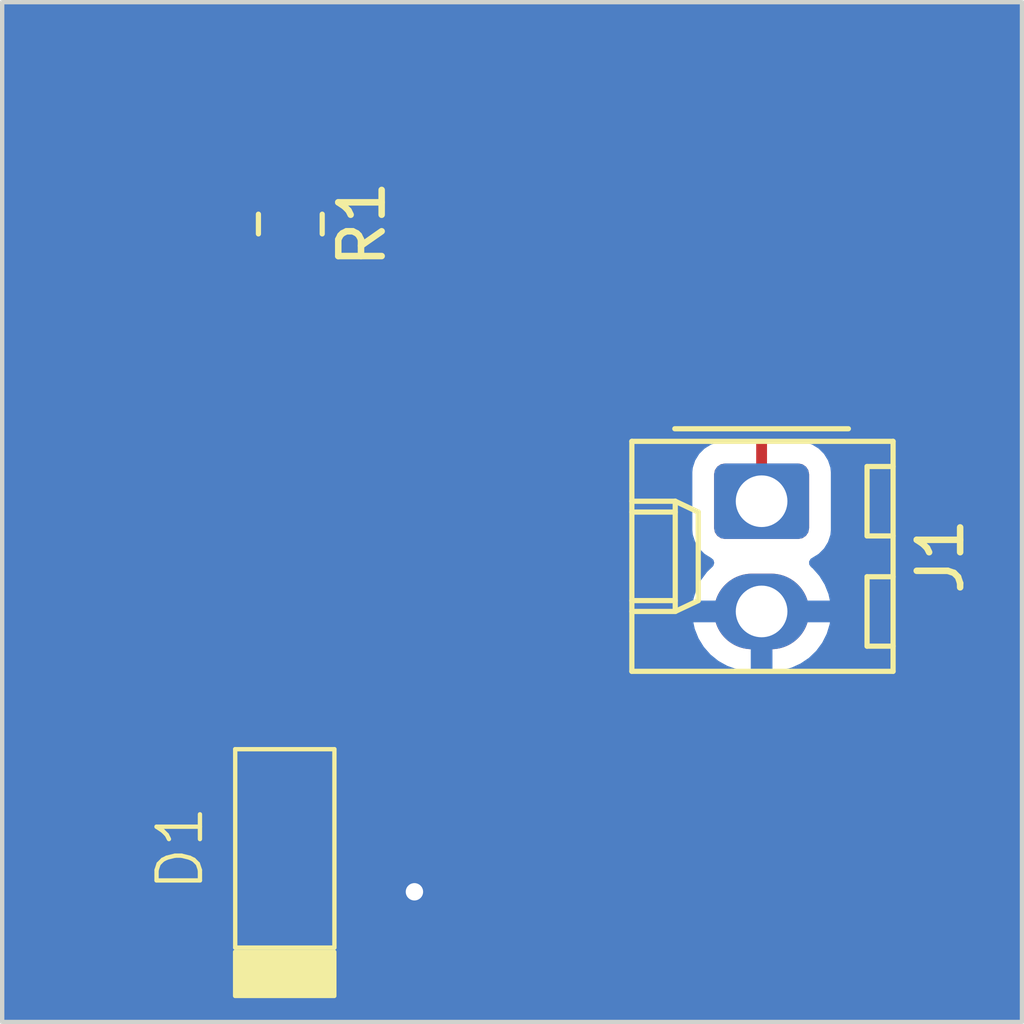
<source format=kicad_pcb>
(kicad_pcb (version 20221018) (generator pcbnew)
  (layers (0 "F.Cu" signal) (31 "B.Cu" signal) (34 "B.Paste" user) (35 "F.Paste" user) (36 "B.SilkS" user "B.Silkscreen") (37 "F.SilkS" user "F.Silkscreen") (38 "B.Mask" user) (39 "F.Mask" user) (44 "Edge.Cuts" user))
  (net 0 "")
  (net 1 "/DIODE")
  (net 2 "GND")
  (net 3 "+3.3V")
  (footprint "Resistor_SMD:R_0805_2012Metric" (layer "F.Cu") (at 46 38.5 -90)
    (fp_text reference "R1" (at 0 -1.65 -90) (layer "F.SilkS"))
    (fp_text value "R")
    (fp_line (start -0.227064 -0.735) (end 0.227064 -0.735) (stroke (width 0.12)) (layer "F.SilkS"))
    (fp_line (start -0.227064 0.735) (end 0.227064 0.735) (stroke (width 0.12)) (layer "F.SilkS"))
    (pad "1" smd roundrect (at -0.9125 0 270) (size 1.025 1.4) (layers "F.Cu" "F.Paste" "F.Mask") (roundrect_rratio 0.243902439) (net 3 "+3.3V"))
    (pad "2" smd roundrect (at 0.9125 0 270) (size 1.025 1.4) (layers "F.Cu" "F.Paste" "F.Mask") (roundrect_rratio 0.243902439) (net 1 "/DIODE"))
  )
  (footprint "MyPCBLib:LED0603" (layer "F.Cu") (at 46 52.8875 90)
    (fp_text reference "D1" (at 0 -2.54 90 unlocked) (layer "F.SilkS") (effects (font (thickness 0.1))))
    (fp_text value "LED")
    (fp_line (start -2.286 -1.27) (end -2.286 1.016) (stroke (width 0.1)) (layer "F.SilkS"))
    (fp_line (start -2.286 -1.27) (end 2.286 -1.27) (stroke (width 0.1)) (layer "F.SilkS"))
    (fp_line (start 2.286 -1.27) (end 2.286 1.016) (stroke (width 0.1)) (layer "F.SilkS"))
    (fp_line (start 2.286 1.016) (end -2.286 1.016) (stroke (width 0.1)) (layer "F.SilkS"))
    (fp_poly (pts (xy -2.384 -1.272) (xy -2.384 1.014) (xy -3.4 1.014) (xy -3.4 -1.272)) (stroke (width 0.1)) (fill solid) (layer "F.SilkS"))
    (pad "A" smd rect (at 1 0 90) (size 1.2 1.2) (layers "F.Cu" "F.Paste" "F.Mask") (net 1 "/DIODE"))
    (pad "C" smd rect (at -1 0 90) (size 1.2 1.2) (layers "F.Cu" "F.Paste" "F.Mask") (net 2 "GND"))
  )
  (footprint "Connector_Molex:Molex_KK-254_AE-6410-02A_1x02_P2.54mm_Vertical" (layer "F.Cu") (at 56.86 44.8875 -90)
    (fp_text reference "J1" (at 1.27 -4.12 -90) (layer "F.SilkS"))
    (fp_text value "Conn_01x02_Pin")
    (fp_line (start -1.67 -2) (end -1.67 2) (stroke (width 0.12)) (layer "F.SilkS"))
    (fp_line (start -1.38 -3.03) (end -1.38 2.99) (stroke (width 0.12)) (layer "F.SilkS"))
    (fp_line (start -1.38 2.99) (end 3.92 2.99) (stroke (width 0.12)) (layer "F.SilkS"))
    (fp_line (start -0.8 -3.03) (end -0.8 -2.43) (stroke (width 0.12)) (layer "F.SilkS"))
    (fp_line (start -0.8 -2.43) (end 0.8 -2.43) (stroke (width 0.12)) (layer "F.SilkS"))
    (fp_line (start 0 1.99) (end 0.25 1.46) (stroke (width 0.12)) (layer "F.SilkS"))
    (fp_line (start 0 1.99) (end 2.54 1.99) (stroke (width 0.12)) (layer "F.SilkS"))
    (fp_line (start 0 2.99) (end 0 1.99) (stroke (width 0.12)) (layer "F.SilkS"))
    (fp_line (start 0.25 1.46) (end 2.29 1.46) (stroke (width 0.12)) (layer "F.SilkS"))
    (fp_line (start 0.25 2.99) (end 0.25 1.99) (stroke (width 0.12)) (layer "F.SilkS"))
    (fp_line (start 0.8 -2.43) (end 0.8 -3.03) (stroke (width 0.12)) (layer "F.SilkS"))
    (fp_line (start 1.74 -3.03) (end 1.74 -2.43) (stroke (width 0.12)) (layer "F.SilkS"))
    (fp_line (start 1.74 -2.43) (end 3.34 -2.43) (stroke (width 0.12)) (layer "F.SilkS"))
    (fp_line (start 2.29 1.46) (end 2.54 1.99) (stroke (width 0.12)) (layer "F.SilkS"))
    (fp_line (start 2.29 2.99) (end 2.29 1.99) (stroke (width 0.12)) (layer "F.SilkS"))
    (fp_line (start 2.54 1.99) (end 2.54 2.99) (stroke (width 0.12)) (layer "F.SilkS"))
    (fp_line (start 3.34 -2.43) (end 3.34 -3.03) (stroke (width 0.12)) (layer "F.SilkS"))
    (fp_line (start 3.92 -3.03) (end -1.38 -3.03) (stroke (width 0.12)) (layer "F.SilkS"))
    (fp_line (start 3.92 2.99) (end 3.92 -3.03) (stroke (width 0.12)) (layer "F.SilkS"))
    (pad "1" thru_hole roundrect (at 0 0 270) (size 1.74 2.19) (drill 1.19) (layers "*.Cu" "*.Mask") (roundrect_rratio 0.1436781609) (net 3 "+3.3V"))
    (pad "2" thru_hole oval (at 2.54 0 270) (size 1.74 2.19) (drill 1.19) (layers "*.Cu" "*.Mask") (net 2 "GND"))
  )
  (gr_poly (pts (xy 62.86 33.3875) (xy 39.36 33.3875) (xy 39.36 56.8875) (xy 62.86 56.8875)) (stroke (width 0.1)) (fill none) (layer "Edge.Cuts"))
  (segment (start 46 39.8875) (end 46 51.8875) (width 0.25) (layer "F.Cu") (net 1))
  (segment (start 46 53.8875) (end 48.86 53.8875) (width 0.25) (layer "F.Cu") (net 2))
  (via (at 48.86 53.8875) (size 0.8) (drill 0.4) (layers "F.Cu" "B.Cu") (net 2))
  (segment (start 56.86 44.8875) (end 56.86 36.3875) (width 0.25) (layer "F.Cu") (net 3))
  (segment (start 56.86 36.3875) (end 55.56 35.0875) (width 0.25) (layer "F.Cu") (net 3))
  (segment (start 46 36.3475) (end 46 37.5875) (width 0.25) (layer "F.Cu") (net 3))
  (segment (start 55.56 35.0875) (end 47.26 35.0875) (width 0.25) (layer "F.Cu") (net 3))
  (segment (start 47.26 35.0875) (end 46 36.3475) (width 0.25) (layer "F.Cu") (net 3))
  (zone (net 2) (net_name "GND") (layer "B.Cu") (connect_pads (clearance 0.5)) (min_thickness 0.25) (fill yes (thermal_gap 0.5) (thermal_bridge_width 0.5))
    (polygon (pts (xy 39.36 33.3875) (xy 62.86 33.3875) (xy 62.86 56.8875) (xy 39.36 56.8875)))
  )
)
</source>
